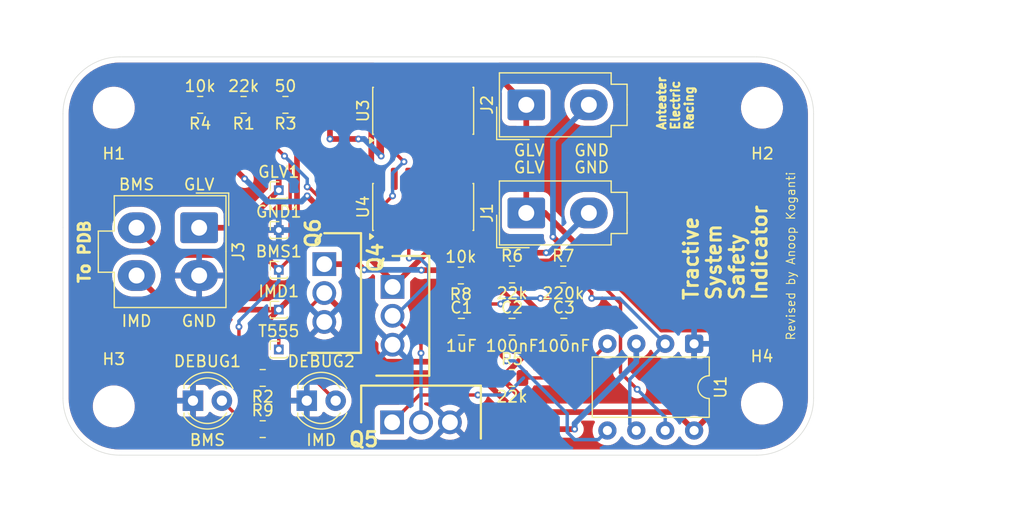
<source format=kicad_pcb>
(kicad_pcb (version 20241229) (generator "pcbnew") (generator_version "9.0")
  (layers (0 "F.Cu" signal) (2 "B.Cu" signal) (13 "F.Paste" user) (15 "B.Paste" user) (5 "F.SilkS" user "F.Silkscreen") (7 "B.SilkS" user "B.Silkscreen") (1 "F.Mask" user) (3 "B.Mask" user) (25 "Edge.Cuts" user))
  (net 0 "")
  (net 1 "BMS_FAULT")
  (net 2 "Net-(U1-THR)")
  (net 3 "Net-(U1-CV)")
  (net 4 "GLV")
  (net 5 "IMD_FAULT")
  (net 6 "Net-(J1-Pin_2)")
  (net 7 "Net-(J2-Pin_2)")
  (net 8 "Net-(DEBUG1-A)")
  (net 9 "Net-(Q4-G)")
  (net 10 "Net-(Q5-D)")
  (net 11 "Net-(U1-DIS)")
  (net 12 "Net-(DEBUG2-A)")
  (net 13 "Net-(Q6-G)")
  (net 14 "GND")
  (net 15 "Net-(U3-Pad2)")
  (net 16 "Net-(R3-Pad2)")
  (footprint "Package_SO:SOIC-14_3.9x8.7mm_P1.27mm" (layer "F.Cu") (at 72.19 33.189466 90)
    (property "Reference" "U4" (at 0 -5.28 90) (layer "F.SilkS"))
    (property "Value" "4001")
    (fp_line (start 2.06 -4.435) (end 2.06 -4.37) (stroke (width 0.12)) (layer "F.SilkS"))
    (fp_line (start -2.06 -4.435) (end 2.06 -4.435) (stroke (width 0.12)) (layer "F.SilkS"))
    (fp_line (start -2.06 -4.37) (end -2.06 -4.435) (stroke (width 0.12)) (layer "F.SilkS"))
    (fp_line (start 2.06 4.37) (end 2.06 4.435) (stroke (width 0.12)) (layer "F.SilkS"))
    (fp_line (start 2.06 4.435) (end -2.06 4.435) (stroke (width 0.12)) (layer "F.SilkS"))
    (fp_line (start -2.06 4.435) (end -2.06 4.37) (stroke (width 0.12)) (layer "F.SilkS"))
    (fp_poly (pts (xy -2.6 -4.37) (xy -2.84 -4.7) (xy -2.36 -4.7)) (stroke (width 0.12)) (fill yes) (layer "F.SilkS"))
    (pad "1" smd roundrect (at -2.475 -3.81 90) (size 1.95 0.6) (layers "F.Cu" "F.Mask" "F.Paste") (net 15 "Net-(U3-Pad2)"))
    (pad "2" smd roundrect (at -2.475 -2.54 90) (size 1.95 0.6) (layers "F.Cu" "F.Mask" "F.Paste") (net 1 "BMS_FAULT"))
    (pad "3" smd roundrect (at -2.475 -1.27 90) (size 1.95 0.6) (layers "F.Cu" "F.Mask" "F.Paste") (net 9 "Net-(Q4-G)"))
    (pad "4" smd roundrect (at -2.475 0 90) (size 1.95 0.6) (layers "F.Cu" "F.Mask" "F.Paste"))
    (pad "5" smd roundrect (at -2.475 1.27 90) (size 1.95 0.6) (layers "F.Cu" "F.Mask" "F.Paste"))
    (pad "6" smd roundrect (at -2.475 2.54 90) (size 1.95 0.6) (layers "F.Cu" "F.Mask" "F.Paste"))
    (pad "7" smd roundrect (at -2.475 3.81 90) (size 1.95 0.6) (layers "F.Cu" "F.Mask" "F.Paste") (net 14 "GND"))
    (pad "8" smd roundrect (at 2.475 3.81 90) (size 1.95 0.6) (layers "F.Cu" "F.Mask" "F.Paste"))
    (pad "9" smd roundrect (at 2.475 2.54 90) (size 1.95 0.6) (layers "F.Cu" "F.Mask" "F.Paste"))
    (pad "10" smd roundrect (at 2.475 1.27 90) (size 1.95 0.6) (layers "F.Cu" "F.Mask" "F.Paste"))
    (pad "11" smd roundrect (at 2.475 0 90) (size 1.95 0.6) (layers "F.Cu" "F.Mask" "F.Paste"))
    (pad "12" smd roundrect (at 2.475 -1.27 90) (size 1.95 0.6) (layers "F.Cu" "F.Mask" "F.Paste"))
    (pad "13" smd roundrect (at 2.475 -2.54 90) (size 1.95 0.6) (layers "F.Cu" "F.Mask" "F.Paste"))
    (pad "14" smd roundrect (at 2.475 -3.81 90) (size 1.95 0.6) (layers "F.Cu" "F.Mask" "F.Paste") (net 4 "GLV"))
  )
  (footprint "Capacitor_SMD:C_0805_2012Metric" (layer "F.Cu") (at 80 43.714466)
    (property "Reference" "C2" (at 0 -1.68 0) (layer "F.SilkS"))
    (property "Value" "100nF" (at 0 1.68 0) (layer "F.SilkS"))
    (fp_line (start -0.261252 -0.735) (end 0.261252 -0.735) (stroke (width 0.12)) (layer "F.SilkS"))
    (fp_line (start -0.261252 0.735) (end 0.261252 0.735) (stroke (width 0.12)) (layer "F.SilkS"))
    (pad "1" smd roundrect (at -0.95 0) (size 1 1.45) (layers "F.Cu" "F.Mask" "F.Paste") (net 3 "Net-(U1-CV)"))
    (pad "2" smd roundrect (at 0.95 0) (size 1 1.45) (layers "F.Cu" "F.Mask" "F.Paste") (net 14 "GND"))
  )
  (footprint "Resistor_SMD:R_0805_2012Metric" (layer "F.Cu") (at 84.5 39.126966)
    (property "Reference" "R7" (at 0 -1.65 0) (layer "F.SilkS"))
    (property "Value" "220k" (at 0 1.65 0) (layer "F.SilkS"))
    (fp_line (start -0.227064 -0.735) (end 0.227064 -0.735) (stroke (width 0.12)) (layer "F.SilkS"))
    (fp_line (start -0.227064 0.735) (end 0.227064 0.735) (stroke (width 0.12)) (layer "F.SilkS"))
    (pad "1" smd roundrect (at -0.9125 0) (size 1.025 1.4) (layers "F.Cu" "F.Mask" "F.Paste") (roundrect_rratio 0.243902) (net 11 "Net-(U1-DIS)"))
    (pad "2" smd roundrect (at 0.9125 0) (size 1.025 1.4) (layers "F.Cu" "F.Mask" "F.Paste") (roundrect_rratio 0.243902) (net 2 "Net-(U1-THR)"))
  )
  (footprint "Connector_PinHeader_1.00mm:PinHeader_1x01_P1.00mm_Vertical" (layer "F.Cu") (at 59.5 42.214466)
    (property "Reference" "IMD1" (at 0 -1.61 0) (layer "F.SilkS"))
    (property "Value" "TestIMD")
    (fp_line (start -0.745 -0.735) (end 0 -0.735) (stroke (width 0.12)) (layer "F.SilkS"))
    (fp_line (start -0.745 0) (end -0.745 -0.735) (stroke (width 0.12)) (layer "F.SilkS"))
    (fp_line (start -0.745 0.735) (end -0.745 0.61) (stroke (width 0.12)) (layer "F.SilkS"))
    (fp_line (start -0.745 0.735) (end -0.685565 0.735) (stroke (width 0.12)) (layer "F.SilkS"))
    (fp_line (start -0.745 0.735) (end 0.745 0.735) (stroke (width 0.12)) (layer "F.SilkS"))
    (fp_line (start 0.685565 0.735) (end 0.745 0.735) (stroke (width 0.12)) (layer "F.SilkS"))
    (fp_line (start 0.745 0.735) (end 0.745 0.61) (stroke (width 0.12)) (layer "F.SilkS"))
    (pad "1" thru_hole rect (at 0 0) (size 0.85 0.85) (drill 0.5) (layers "*.Cu" "*.Mask") (net 5 "IMD_FAULT"))
  )
  (footprint "Resistor_SMD:R_0805_2012Metric" (layer "F.Cu") (at 80 48.214466)
    (property "Reference" "R5" (at 0 -1.65 0) (layer "F.SilkS"))
    (property "Value" "22k" (at 0 1.65 0) (layer "F.SilkS"))
    (fp_line (start -0.227064 -0.735) (end 0.227064 -0.735) (stroke (width 0.12)) (layer "F.SilkS"))
    (fp_line (start -0.227064 0.735) (end 0.227064 0.735) (stroke (width 0.12)) (layer "F.SilkS"))
    (pad "1" smd roundrect (at -0.9125 0) (size 1.025 1.4) (layers "F.Cu" "F.Mask" "F.Paste") (roundrect_rratio 0.243902) (net 4 "GLV"))
    (pad "2" smd roundrect (at 0.9125 0) (size 1.025 1.4) (layers "F.Cu" "F.Mask" "F.Paste") (roundrect_rratio 0.243902) (net 10 "Net-(Q5-D)"))
  )
  (footprint "Resistor_SMD:R_0805_2012Metric" (layer "F.Cu") (at 56.4125 24.214466 180)
    (property "Reference" "R1" (at 0 -1.65 0) (layer "F.SilkS"))
    (property "Value" "22k" (at 0 1.65 0) (layer "F.SilkS"))
    (fp_line (start -0.227064 0.735) (end 0.227064 0.735) (stroke (width 0.12)) (layer "F.SilkS"))
    (fp_line (start -0.227064 -0.735) (end 0.227064 -0.735) (stroke (width 0.12)) (layer "F.SilkS"))
    (pad "1" smd roundrect (at -0.9125 0 180) (size 1.025 1.4) (layers "F.Cu" "F.Mask" "F.Paste") (roundrect_rratio 0.243902) (net 1 "BMS_FAULT"))
    (pad "2" smd roundrect (at 0.9125 0 180) (size 1.025 1.4) (layers "F.Cu" "F.Mask" "F.Paste") (roundrect_rratio 0.243902) (net 4 "GLV"))
  )
  (footprint "MountingHole:MountingHole_3.2mm_M3" (layer "F.Cu") (at 45 24.464466)
    (property "Reference" "H1" (at 0 4.035534 0) (layer "F.SilkS"))
    (property "Value" "MountingHole")
    (pad "" np_thru_hole circle (at 0 0) (size 3.2 3.2) (drill 3.2) (layers "*.Cu" "*.Mask"))
  )
  (footprint "MountingHole:MountingHole_3.2mm_M3" (layer "F.Cu") (at 45 50.714466)
    (property "Reference" "H3" (at 0 -4.15 0) (layer "F.SilkS"))
    (property "Value" "MountingHole")
    (pad "" np_thru_hole circle (at 0 0) (size 3.2 3.2) (drill 3.2) (layers "*.Cu" "*.Mask"))
  )
  (footprint "Resistor_SMD:R_0805_2012Metric" (layer "F.Cu") (at 75.5 39.214466 180)
    (property "Reference" "R8" (at 0 -1.65 0) (layer "F.SilkS"))
    (property "Value" "10k" (at 0 1.65 0) (layer "F.SilkS"))
    (fp_line (start -0.227064 0.735) (end 0.227064 0.735) (stroke (width 0.12)) (layer "F.SilkS"))
    (fp_line (start -0.227064 -0.735) (end 0.227064 -0.735) (stroke (width 0.12)) (layer "F.SilkS"))
    (pad "1" smd roundrect (at -0.9125 0 180) (size 1.025 1.4) (layers "F.Cu" "F.Mask" "F.Paste") (roundrect_rratio 0.243902) (net 4 "GLV"))
    (pad "2" smd roundrect (at 0.9125 0 180) (size 1.025 1.4) (layers "F.Cu" "F.Mask" "F.Paste") (roundrect_rratio 0.243902) (net 7 "Net-(J2-Pin_2)"))
  )
  (footprint "Resistor_SMD:R_0805_2012Metric" (layer "F.Cu") (at 52.5875 24.214466 180)
    (property "Reference" "R4" (at 0 -1.65 0) (layer "F.SilkS"))
    (property "Value" "10k" (at 0 1.65 0) (layer "F.SilkS"))
    (fp_line (start -0.227064 0.735) (end 0.227064 0.735) (stroke (width 0.12)) (layer "F.SilkS"))
    (fp_line (start -0.227064 -0.735) (end 0.227064 -0.735) (stroke (width 0.12)) (layer "F.SilkS"))
    (pad "1" smd roundrect (at -0.9125 0 180) (size 1.025 1.4) (layers "F.Cu" "F.Mask" "F.Paste") (roundrect_rratio 0.243902) (net 4 "GLV"))
    (pad "2" smd roundrect (at 0.9125 0 180) (size 1.025 1.4) (layers "F.Cu" "F.Mask" "F.Paste") (roundrect_rratio 0.243902) (net 6 "Net-(J1-Pin_2)"))
  )
  (footprint "LED_THT:LED_D4.0mm" (layer "F.Cu") (at 51.96 50.214466)
    (property "Reference" "DEBUG1" (at 1.27 -3.46 0) (layer "F.SilkS"))
    (property "Value" "BMS" (at 1.27 3.46 0) (layer "F.SilkS"))
    (fp_line (start -0.79 -1.399) (end -0.79 -1.08) (stroke (width 0.12)) (layer "F.SilkS"))
    (fp_line (start -0.79 1.08) (end -0.79 1.399) (stroke (width 0.12)) (layer "F.SilkS"))
    (fp_arc (start -0.79 -1.398749) (mid 1.45392 -2.483198) (end 3.513591 -1.08) (stroke (width 0.12)) (layer "F.SilkS"))
    (fp_arc (start -0.41333 -1.08) (mid 1.27 -2) (end 2.95333 -1.08) (stroke (width 0.12)) (layer "F.SilkS"))
    (fp_arc (start 2.95333 1.08) (mid 1.27 2) (end -0.41333 1.08) (stroke (width 0.12)) (layer "F.SilkS"))
    (fp_arc (start 3.513591 1.08) (mid 1.45392 2.483198) (end -0.79 1.398749) (stroke (width 0.12)) (layer "F.SilkS"))
    (pad "1" thru_hole rect (at 0 0) (size 1.8 1.8) (drill 0.9) (layers "*.Cu" "*.Mask") (net 14 "GND"))
    (pad "2" thru_hole circle (at 2.54 0) (size 1.8 1.8) (drill 0.9) (layers "*.Cu" "*.Mask") (net 8 "Net-(DEBUG1-A)"))
  )
  (footprint "Connector_Molex:Molex_Mini-Fit_Jr_5566-04A_2x02_P4.20mm_Vertical" (layer "F.Cu") (at 52.5 35.014466 -90)
    (property "Reference" "J3" (at 2.1 -3.45 90) (layer "F.SilkS"))
    (property "Value" "Conn_02x02")
    (fp_line (start 0.29 8.86) (end 2.1 8.86) (stroke (width 0.12)) (layer "F.SilkS"))
    (fp_line (start 3.91 8.86) (end 2.1 8.86) (stroke (width 0.12)) (layer "F.SilkS"))
    (fp_line (start -2.81 7.46) (end 0.29 7.46) (stroke (width 0.12)) (layer "F.SilkS"))
    (fp_line (start 0.29 7.46) (end 0.29 8.86) (stroke (width 0.12)) (layer "F.SilkS"))
    (fp_line (start 3.91 7.46) (end 3.91 8.86) (stroke (width 0.12)) (layer "F.SilkS"))
    (fp_line (start 7.01 7.46) (end 3.91 7.46) (stroke (width 0.12)) (layer "F.SilkS"))
    (fp_line (start -2.81 -2.36) (end -2.81 7.46) (stroke (width 0.12)) (layer "F.SilkS"))
    (fp_line (start 2.1 -2.36) (end -2.81 -2.36) (stroke (width 0.12)) (layer "F.SilkS"))
    (fp_line (start 2.1 -2.36) (end 7.01 -2.36) (stroke (width 0.12)) (layer "F.SilkS"))
    (fp_line (start 7.01 -2.36) (end 7.01 7.46) (stroke (width 0.12)) (layer "F.SilkS"))
    (fp_line (start -3.05 -2.6) (end -3.05 0.25) (stroke (width 0.12)) (layer "F.SilkS"))
    (fp_line (start -0.2 -2.6) (end -3.05 -2.6) (stroke (width 0.12)) (layer "F.SilkS"))
    (pad "1" thru_hole roundrect (at 0 0 270) (size 2.7 3.3) (drill 1.4) (layers "*.Cu" "*.Mask") (roundrect_rratio 0.092593) (net 4 "GLV"))
    (pad "2" thru_hole oval (at 4.2 0 270) (size 2.7 3.3) (drill 1.4) (layers "*.Cu" "*.Mask") (net 14 "GND"))
    (pad "3" thru_hole oval (at 0 5.5 270) (size 2.7 3.3) (drill 1.4) (layers "*.Cu" "*.Mask") (net 1 "BMS_FAULT"))
    (pad "4" thru_hole oval (at 4.2 5.5 270) (size 2.7 3.3) (drill 1.4) (layers "*.Cu" "*.Mask") (net 5 "IMD_FAULT"))
  )
  (footprint "Connector_PinHeader_1.00mm:PinHeader_1x01_P1.00mm_Vertical" (layer "F.Cu") (at 59.5 38.714466)
    (property "Reference" "BMS1" (at 0 -1.61 0) (layer "F.SilkS"))
    (property "Value" "TestBMS")
    (fp_line (start -0.745 -0.735) (end 0 -0.735) (stroke (width 0.12)) (layer "F.SilkS"))
    (fp_line (start -0.745 0) (end -0.745 -0.735) (stroke (width 0.12)) (layer "F.SilkS"))
    (fp_line (start -0.745 0.735) (end -0.745 0.61) (stroke (width 0.12)) (layer "F.SilkS"))
    (fp_line (start -0.745 0.735) (end -0.685565 0.735) (stroke (width 0.12)) (layer "F.SilkS"))
    (fp_line (start -0.745 0.735) (end 0.745 0.735) (stroke (width 0.12)) (layer "F.SilkS"))
    (fp_line (start 0.685565 0.735) (end 0.745 0.735) (stroke (width 0.12)) (layer "F.SilkS"))
    (fp_line (start 0.745 0.735) (end 0.745 0.61) (stroke (width 0.12)) (layer "F.SilkS"))
    (pad "1" thru_hole rect (at 0 0) (size 0.85 0.85) (drill 0.5) (layers "*.Cu" "*.Mask") (net 1 "BMS_FAULT"))
  )
  (footprint "Package_SO:SOIC-14_3.9x8.7mm_P1.27mm" (layer "F.Cu") (at 72.19 24.739466 90)
    (property "Reference" "U3" (at 0 -5.28 90) (layer "F.SilkS"))
    (property "Value" "4069")
    (fp_line (start 2.06 -4.435) (end 2.06 -4.37) (stroke (width 0.12)) (layer "F.SilkS"))
    (fp_line (start -2.06 -4.435) (end 2.06 -4.435) (stroke (width 0.12)) (layer "F.SilkS"))
    (fp_line (start -2.06 -4.37) (end -2.06 -4.435) (stroke (width 0.12)) (layer "F.SilkS"))
    (fp_line (start 2.06 4.37) (end 2.06 4.435) (stroke (width 0.12)) (layer "F.SilkS"))
    (fp_line (start 2.06 4.435) (end -2.06 4.435) (stroke (width 0.12)) (layer "F.SilkS"))
    (fp_line (start -2.06 4.435) (end -2.06 4.37) (stroke (width 0.12)) (layer "F.SilkS"))
    (fp_poly (pts (xy -2.6 -4.37) (xy -2.84 -4.7) (xy -2.36 -4.7)) (stroke (width 0.12)) (fill yes) (layer "F.SilkS"))
    (pad "1" smd roundrect (at -2.475 -3.81 90) (size 1.95 0.6) (layers "F.Cu" "F.Mask" "F.Paste") (net 16 "Net-(R3-Pad2)"))
    (pad "2" smd roundrect (at -2.475 -2.54 90) (size 1.95 0.6) (layers "F.Cu" "F.Mask" "F.Paste") (net 15 "Net-(U3-Pad2)"))
    (pad "3" smd roundrect (at -2.475 -1.27 90) (size 1.95 0.6) (layers "F.Cu" "F.Mask" "F.Paste"))
    (pad "4" smd roundrect (at -2.475 0 90) (size 1.95 0.6) (layers "F.Cu" "F.Mask" "F.Paste"))
    (pad "5" smd roundrect (at -2.475 1.27 90) (size 1.95 0.6) (layers "F.Cu" "F.Mask" "F.Paste"))
    (pad "6" smd roundrect (at -2.475 2.54 90) (size 1.95 0.6) (layers "F.Cu" "F.Mask" "F.Paste"))
    (pad "7" smd roundrect (at -2.475 3.81 90) (size 1.95 0.6) (layers "F.Cu" "F.Mask" "F.Paste") (net 14 "GND"))
    (pad "8" smd roundrect (at 2.475 3.81 90) (size 1.95 0.6) (layers "F.Cu" "F.Mask" "F.Paste"))
    (pad "9" smd roundrect (at 2.475 2.54 90) (size 1.95 0.6) (layers "F.Cu" "F.Mask" "F.Paste"))
    (pad "10" smd roundrect (at 2.475 1.27 90) (size 1.95 0.6) (layers "F.Cu" "F.Mask" "F.Paste"))
    (pad "11" smd roundrect (at 2.475 0 90) (size 1.95 0.6) (layers "F.Cu" "F.Mask" "F.Paste"))
    (pad "12" smd roundrect (at 2.475 -1.27 90) (size 1.95 0.6) (layers "F.Cu" "F.Mask" "F.Paste"))
    (pad "13" smd roundrect (at 2.475 -2.54 90) (size 1.95 0.6) (layers "F.Cu" "F.Mask" "F.Paste"))
    (pad "14" smd roundrect (at 2.475 -3.81 90) (size 1.95 0.6) (layers "F.Cu" "F.Mask" "F.Paste") (net 4 "GLV"))
  )
  (footprint "Connector_PinHeader_1.00mm:PinHeader_1x01_P1.00mm_Vertical" (layer "F.Cu") (at 59.5 31.714466)
    (property "Reference" "GLV1" (at 0 -1.61 0) (layer "F.SilkS"))
    (property "Value" "TestGLV")
    (fp_line (start -0.745 -0.735) (end 0 -0.735) (stroke (width 0.12)) (layer "F.SilkS"))
    (fp_line (start -0.745 0) (end -0.745 -0.735) (stroke (width 0.12)) (layer "F.SilkS"))
    (fp_line (start -0.745 0.735) (end -0.745 0.61) (stroke (width 0.12)) (layer "F.SilkS"))
    (fp_line (start -0.745 0.735) (end -0.685565 0.735) (stroke (width 0.12)) (layer "F.SilkS"))
    (fp_line (start -0.745 0.735) (end 0.745 0.735) (stroke (width 0.12)) (layer "F.SilkS"))
    (fp_line (start 0.685565 0.735) (end 0.745 0.735) (stroke (width 0.12)) (layer "F.SilkS"))
    (fp_line (start 0.745 0.735) (end 0.745 0.61) (stroke (width 0.12)) (layer "F.SilkS"))
    (pad "1" thru_hole rect (at 0 0) (size 0.85 0.85) (drill 0.5) (layers "*.Cu" "*.Mask") (net 4 "GLV"))
  )
  (footprint "Capacitor_SMD:C_0805_2012Metric" (layer "F.Cu") (at 75.55 43.714466)
    (property "Reference" "C1" (at 0 -1.68 0) (layer "F.SilkS"))
    (property "Value" "1uF" (at 0 1.68 0) (layer "F.SilkS"))
    (fp_line (start -0.261252 -0.735) (end 0.261252 -0.735) (stroke (width 0.12)) (layer "F.SilkS"))
    (fp_line (start -0.261252 0.735) (end 0.261252 0.735) (stroke (width 0.12)) (layer "F.SilkS"))
    (pad "1" smd roundrect (at -0.95 0) (size 1 1.45) (layers "F.Cu" "F.Mask" "F.Paste") (net 2 "Net-(U1-THR)"))
    (pad "2" smd roundrect (at 0.95 0) (size 1 1.45) (layers "F.Cu" "F.Mask" "F.Paste") (net 14 "GND"))
  )
  (footprint "Resistor_SMD:R_0805_2012Metric" (layer "F.Cu") (at 58.0875 48.214466 180)
    (property "Reference" "R2" (at 0 -1.65 0) (layer "F.SilkS"))
    (property "Value" "20k")
    (fp_line (start -0.227064 0.735) (end 0.227064 0.735) (stroke (width 0.12)) (layer "F.SilkS"))
    (fp_line (start -0.227064 -0.735) (end 0.227064 -0.735) (stroke (width 0.12)) (layer "F.SilkS"))
    (pad "1" smd roundrect (at -0.9125 0 180) (size 1.025 1.4) (layers "F.Cu" "F.Mask" "F.Paste") (roundrect_rratio 0.243902) (net 12 "Net-(DEBUG2-A)"))
    (pad "2" smd roundrect (at 0.9125 0 180) (size 1.025 1.4) (layers "F.Cu" "F.Mask" "F.Paste") (roundrect_rratio 0.243902) (net 5 "IMD_FAULT"))
  )
  (footprint "LED_THT:LED_D4.0mm" (layer "F.Cu") (at 61.96 50.214466)
    (property "Reference" "DEBUG2" (at 1.27 -3.46 0) (layer "F.SilkS"))
    (property "Value" "IMD" (at 1.27 3.46 0) (layer "F.SilkS"))
    (fp_line (start -0.79 -1.399) (end -0.79 -1.08) (stroke (width 0.12)) (layer "F.SilkS"))
    (fp_line (start -0.79 1.08) (end -0.79 1.399) (stroke (width 0.12)) (layer "F.SilkS"))
    (fp_arc (start -0.79 -1.398749) (mid 1.45392 -2.483198) (end 3.513591 -1.08) (stroke (width 0.12)) (layer "F.SilkS"))
    (fp_arc (start -0.41333 -1.08) (mid 1.27 -2) (end 2.95333 -1.08) (stroke (width 0.12)) (layer "F.SilkS"))
    (fp_arc (start 2.95333 1.08) (mid 1.27 2) (end -0.41333 1.08) (stroke (width 0.12)) (layer "F.SilkS"))
    (fp_arc (start 3.513591 1.08) (mid 1.45392 2.483198) (end -0.79 1.398749) (stroke (width 0.12)) (layer "F.SilkS"))
    (pad "1" thru_hole rect (at 0 0) (size 1.8 1.8) (drill 0.9) (layers "*.Cu" "*.Mask") (net 14 "GND"))
    (pad "2" thru_hole circle (at 2.54 0) (size 1.8 1.8) (drill 0.9) (layers "*.Cu" "*.Mask") (net 12 "Net-(DEBUG2-A)"))
  )
  (footprint "Connector_Molex:Molex_Mini-Fit_Jr_5566-02A_2x01_P4.20mm_Vertical" (layer "F.Cu") (at 81.25 24.214466 90)
    (property "Reference" "J2" (at 0 -3.45 90) (layer "F.SilkS"))
    (property "Value" "Conn_01x02")
    (fp_line (start -0.2 -2.6) (end -3.05 -2.6) (stroke (width 0.12)) (layer "F.SilkS"))
    (fp_line (start -3.05 -2.6) (end -3.05 0.25) (stroke (width 0.12)) (layer "F.SilkS"))
    (fp_line (start 2.81 -2.36) (end 2.81 7.46) (stroke (width 0.12)) (layer "F.SilkS"))
    (fp_line (start 0 -2.36) (end 2.81 -2.36) (stroke (width 0.12)) (layer "F.SilkS"))
    (fp_line (start 0 -2.36) (end -2.81 -2.36) (stroke (width 0.12)) (layer "F.SilkS"))
    (fp_line (start -2.81 -2.36) (end -2.81 7.46) (stroke (width 0.12)) (layer "F.SilkS"))
    (fp_line (start 2.81 7.46) (end 1.81 7.46) (stroke (width 0.12)) (layer "F.SilkS"))
    (fp_line (start 1.81 7.46) (end 1.81 8.86) (stroke (width 0.12)) (layer "F.SilkS"))
    (fp_line (start -1.81 7.46) (end -1.81 8.86) (stroke (width 0.12)) (layer "F.SilkS"))
    (fp_line (start -2.81 7.46) (end -1.81 7.46) (stroke (width 0.12)) (layer "F.SilkS"))
    (fp_line (start 1.81 8.86) (end 0 8.86) (stroke (width 0.12)) (layer "F.SilkS"))
    (fp_line (start -1.81 8.86) (end 0 8.86) (stroke (width 0.12)) (layer "F.SilkS"))
    (pad "1" thru_hole roundrect (at 0 0 90) (size 2.7 3.3) (drill 1.4) (layers "*.Cu" "*.Mask") (roundrect_rratio 0.092593) (net 4 "GLV"))
    (pad "2" thru_hole oval (at 0 5.5 90) (size 2.7 3.3) (drill 1.4) (layers "*.Cu" "*.Mask") (net 7 "Net-(J2-Pin_2)"))
  )
  (footprint "Connector_PinHeader_1.00mm:PinHeader_1x01_P1.00mm_Vertical" (layer "F.Cu") (at 59.5 45.714466)
    (property "Reference" "T555" (at 0 -1.61 0) (layer "F.SilkS"))
    (property "Value" "Test555")
    (fp_line (start -0.745 -0.735) (end 0 -0.735) (stroke (width 0.12)) (layer "F.SilkS"))
    (fp_line (start -0.745 0) (end -0.745 -0.735) (stroke (width 0.12)) (layer "F.SilkS"))
    (fp_line (start -0.745 0.735) (end -0.745 0.61) (stroke (width 0.12)) (layer "F.SilkS"))
    (fp_line (start -0.745 0.735) (end -0.685565 0.735) (stroke (width 0.12)) (layer "F.SilkS"))
    (fp_line (start -0.745 0.735) (end 0.745 0.735) (stroke (width 0.12)) (layer "F.SilkS"))
    (fp_line (start 0.685565 0.735) (end 0.745 0.735) (stroke (width 0.12)) (layer "F.SilkS"))
    (fp_line (start 0.745 0.735) (end 0.745 0.61) (stroke (width 0.12)) (layer "F.SilkS"))
    (pad "1" thru_hole rect (at 0 0) (size 0.85 0.85) (drill 0.5) (layers "*.Cu" "*.Mask") (net 13 "Net-(Q6-G)"))
  )
  (footprint "Resistor_SMD:R_0805_2012Metric" (layer "F.Cu") (at 60.0875 24.214466 180)
    (property "Reference" "R3" (at 0 -1.65 0) (layer "F.SilkS"))
    (property "Value" "50" (at 0 1.65 0) (layer "F.SilkS"))
    (fp_line (start -0.227064 0.735) (end 0.227064 0.735) (stroke (width 0.12)) (layer "F.SilkS"))
    (fp_line (start -0.227064 -0.735) (end 0.227064 -0.735) (stroke (width 0.12)) (layer "F.SilkS"))
    (pad "1" smd roundrect (at -0.9125 0 180) (size 1.025 1.4) (layers "F.Cu" "F.Mask" "F.Paste") (roundrect_rratio 0.243902) (net 5 "IMD_FAULT"))
    (pad "2" smd roundrect (at 0.9125 0 180) (size 1.025 1.4) (layers "F.Cu" "F.Mask" "F.Paste") (roundrect_rratio 0.243902) (net 16 "Net-(R3-Pad2)"))
  )
  (footprint "footprintsupload:TO254P465X1024X2050-3P" (layer "F.Cu") (at 69.46 52.114466)
    (property "Reference" "Q5" (at -2.5 1.5 0) (layer "F.SilkS") (effects (font (size 1.27 1.27) (thickness 0.254))))
    (property "Value" "NMOS" (hide yes))
    (fp_line (start -2.72 -3.225) (end -2.72 0) (stroke (width 0.2)) (layer "F.SilkS"))
    (fp_line (start 7.8 -3.225) (end -2.72 -3.225) (stroke (width 0.2)) (layer "F.SilkS"))
    (fp_line (start 7.8 1.425) (end 7.8 -3.225) (stroke (width 0.2)) (layer "F.SilkS"))
    (pad "1" thru_hole rect (at 0 0) (size 2.085 2.085) (drill 1.39) (layers "*.Cu" "*.Mask") (net 10 "Net-(Q5-D)"))
    (pad "2" thru_hole circle (at 2.54 0) (size 2.085 2.085) (drill 1.39) (layers "*.Cu" "*.Mask") (net 9 "Net-(Q4-G)"))
    (pad "3" thru_hole circle (at 5.08 0) (size 2.085 2.085) (drill 1.39) (layers "*.Cu" "*.Mask") (net 14 "GND"))
  )
  (footprint "Connector_PinHeader_1.00mm:PinHeader_1x01_P1.00mm_Vertical" (layer "F.Cu") (at 59.5 35.214466)
    (property "Reference" "GND1" (at 0 -1.61 0) (layer "F.SilkS"))
    (property "Value" "TestGND")
    (fp_line (start -0.745 -0.735) (end 0 -0.735) (stroke (width 0.12)) (layer "F.SilkS"))
    (fp_line (start -0.745 0) (end -0.745 -0.735) (stroke (width 0.12)) (layer "F.SilkS"))
    (fp_line (start -0.745 0.735) (end -0.745 0.61) (stroke (width 0.12)) (layer "F.SilkS"))
    (fp_line (start -0.745 0.735) (end -0.685565 0.735) (stroke (width 0.12)) (layer "F.SilkS"))
    (fp_line (start -0.745 0.735) (end 0.745 0.735) (stroke (width 0.12)) (layer "F.SilkS"))
    (fp_line (start 0.685565 0.735) (end 0.745 0.735) (stroke (width 0.12)) (layer "F.SilkS"))
    (fp_line (start 0.745 0.735) (end 0.745 0.61) (stroke (width 0.12)) (layer "F.SilkS"))
    (pad "1" thru_hole rect (at 0 0) (size 0.85 0.85) (drill 0.5) (layers "*.Cu" "*.Mask") (net 14 "GND"))
  )
  (footprint "footprintsupload:TO254P465X1024X2050-3P" (layer "F.Cu") (at 69.5 40.214466 -90)
    (property "Reference" "Q4" (at -2.58 1.5 90) (layer "F.SilkS") (effects (font (size 1.27 1.27) (thickness 0.254))))
    (property "Value" "NMOS" (hide yes))
    (fp_line (start 7.8 1.425) (end 7.8 -3.225) (stroke (width 0.2)) (layer "F.SilkS"))
    (fp_line (start -2.72 -3.225) (end -2.72 0) (stroke (width 0.2)) (layer "F.SilkS"))
    (fp_line (start 7.8 -3.225) (end -2.72 -3.225) (stroke (width 0.2)) (layer "F.SilkS"))
    (pad "1" thru_hole rect (at 0 0 270) (size 2.085 2.085) (drill 1.39) (layers "*.Cu" "*.Mask") (net 6 "Net-(J1-Pin_2)"))
    (pad "2" thru_hole circle (at 2.54 0 270) (size 2.085 2.085) (drill 1.39) (layers "*.Cu" "*.Mask") (net 9 "Net-(Q4-G)"))
    (pad "3" thru_hole circle (at 5.08 0 270) (size 2.085 2.085) (drill 1.39) (layers "*.Cu" "*.Mask") (net 14 "GND"))
  )
  (footprint "Resistor_SMD:R_0805_2012Metric" (layer "F.Cu") (at 80 39.126966)
    (property "Reference" "R6" (at 0 -1.65 0) (layer "F.SilkS"))
    (property "Value" "22k" (at 0 1.65 0) (layer "F.SilkS"))
    (fp_line (start -0.227064 -0.735) (end 0.227064 -0.735) (stroke (width 0.12)) (layer "F.SilkS"))
    (fp_line (start -0.227064 0.735) (end 0.227064 0.735) (stroke (width 0.12)) (layer "F.SilkS"))
    (pad "1" smd roundrect (at -0.9125 0) (size 1.025 1.4) (layers "F.Cu" "F.Mask" "F.Paste") (roundrect_rratio 0.243902) (net 4 "GLV"))
    (pad "2" smd roundrect (at 0.9125 0) (size 1.025 1.4) (layers "F.Cu" "F.Mask" "F.Paste") (roundrect_rratio 0.243902) (net 11 "Net-(U1-DIS)"))
  )
  (footprint "Connector_Molex:Molex_Mini-Fit_Jr_5566-02A_2x01_P4.20mm_Vertical" (layer "F.Cu") (at 81.25 33.714466 90)
    (property "Reference" "J1" (at 0 -3.45 90) (layer "F.SilkS"))
    (property "Value" "Conn_01x02")
    (fp_line (start -0.2 -2.6) (end -3.05 -2.6) (stroke (width 0.12)) (layer "F.SilkS"))
    (fp_line (start -3.05 -2.6) (end -3.05 0.25) (stroke (width 0.12)) (layer "F.SilkS"))
    (fp_line (start 2.81 -2.36) (end 2.81 7.46) (stroke (width 0.12)) (layer "F.SilkS"))
    (fp_line (start 0 -2.36) (end 2.81 -2.36) (stroke (width 0.12)) (layer "F.SilkS"))
    (fp_line (start 0 -2.36) (end -2.81 -2.36) (stroke (width 0.12)) (layer "F.SilkS"))
    (fp_line (start -2.81 -2.36) (end -2.81 7.46) (stroke (width 0.12)) (layer "F.SilkS"))
    (fp_line (start 2.81 7.46) (end 1.81 7.46) (stroke (width 0.12)) (layer "F.SilkS"))
    (fp_line (start 1.81 7.46) (end 1.81 8.86) (stroke (width 0.12)) (layer "F.SilkS"))
    (fp_line (start -1.81 7.46) (end -1.81 8.86) (stroke (width 0.12)) (layer "F.SilkS"))
    (fp_line (start -2.81 7.46) (end -1.81 7.46) (stroke (width 0.12)) (layer "F.SilkS"))
    (fp_line (start 1.81 8.86) (end 0 8.86) (stroke (width 0.12)) (layer "F.SilkS"))
    (fp_line (start -1.81 8.86) (end 0 8.86) (stroke (width 0.12)) (layer "F.SilkS"))
    (pad "1" thru_hole roundrect (at 0 0 90) (size 2.7 3.3) (drill 1.4) (layers "*.Cu" "*.Mask") (roundrect_rratio 0.092593) (net 4 "GLV"))
    (pad "2" thru_hole oval (at 0 5.5 90) (size 2.7 3.3) (drill 1.4) (layers "*.Cu" "*.Mask") (net 6 "Net-(J1-Pin_2)"))
  )
  (footprint "Resistor_SMD:R_0805_2012Metric" (layer "F.Cu") (at 58.0875 52.714466)
    (property "Reference" "R9" (at 0 -1.65 0) (layer "F.SilkS"))
    (property "Value" "20k")
    (fp_line (start -0.227064 -0.735) (end 0.227064 -0.735) (stroke (width 0.12)) (layer "F.SilkS"))
    (fp_line (start -0.227064 0.735) (end 0.227064 0.735) (stroke (width 0.12)) (layer "F.SilkS"))
    (pad "1" smd roundrect (at -0.9125 0) (size 1.025 1.4) (layers "F.Cu" "F.Mask" "F.Paste") (roundrect_rratio 0.243902) (net 8 "Net-(DEBUG1-A)"))
    (pad "2" smd roundrect (at 0.9125 0) (size 1.025 1.4) (layers "F.Cu" "F.Mask" "F.Paste") (roundrect_rratio 0.243902) (net 1 "BMS_FAULT"))
  )
  (footprint "MountingHole:MountingHole_3.2mm_M3" (layer "F.Cu") (at 101.964466 50.464466)
    (property "Reference" "H4" (at 0 -4.15 0) (layer "F.SilkS"))
    (property "Value" "MountingHole")
    (pad "" np_thru_hole circle (at 0 0) (size 3.2 3.2) (drill 3.2) (layers "*.Cu" "*.Mask"))
  )
  (footprint "footprintsupload:TO254P465X1024X2050-3P" (layer "F.Cu") (at 63.5 38.214466 -90)
    (property "Reference" "Q6" (at -2.72 1 90) (layer "F.SilkS") (effects (font (size 1.27 1.27) (thickness 0.254))))
    (property "Value" "NMOS" (hide yes))
    (fp_line (start 7.8 1.425) (end 7.8 -3.225) (stroke (width 0.2)) (layer "F.SilkS"))
    (fp_line (start -2.72 -3.225) (end -2.72 0) (stroke (width 0.2)) (layer "F.SilkS"))
    (fp_line (start 7.8 -3.225) (end -2.72 -3.225) (stroke (width 0.2)) (layer "F.SilkS"))
    (pad "1" thru_hole rect (at 0 0 270) (size 2.085 2.085) (drill 1.39) (layers "*.Cu" "*.Mask") (net 7 "Net-(J2-Pin_2)"))
    (pad "2" thru_hole circle (at 2.54 0 270) (size 2.085 2.085) (drill 1.39) (layers "*.Cu" "*.Mask") (net 13 "Net-(Q6-G)"))
    (pad "3" thru_hole circle (at 5.08 0 270) (size 2.085 2.085) (drill 1.39) (layers "*.Cu" "*.Mask") (net 14 "GND"))
  )
  (footprint "MountingHole:MountingHole_3.2mm_M3" (layer "F.Cu") (at 101.964466 24.464466)
    (property "Reference" "H2" (at 0.035534 4.035534 0) (layer "F.SilkS"))
    (property "Value" "MountingHole")
    (pad "" np_thru_hole circle (at 0 0) (size 3.2 3.2) (drill 3.2) (layers "*.Cu" "*.Mask"))
  )
  (footprint "Package_DIP:DIP-8_W7.62mm" (layer "F.Cu") (at 96 45.214466 -90)
    (property "Reference" "U1" (at 3.81 -2.33 90) (layer "F.SilkS"))
    (property "Value" "LM555xN")
    (fp_line (start 1.16 8.95) (end 6.46 8.95) (stroke (width 0.12)) (layer "F.SilkS"))
    (fp_line (start 6.46 8.95) (end 6.46 -1.33) (stroke (width 0.12)) (layer "F.SilkS"))
    (fp_line (start 1.16 -1.33) (end 1.16 8.95) (stroke (width 0.12)) (layer "F.SilkS"))
    (fp_line (start 2.81 -1.33) (end 1.16 -1.33) (stroke (width 0.12)) (layer "F.SilkS"))
    (fp_line (start 6.46 -1.33) (end 4.81 -1.33) (stroke (width 0.12)) (layer "F.SilkS"))
    (fp_arc (start 4.81 -1.33) (mid 3.81 -0.33) (end 2.81 -1.33) (stroke (width 0.12)) (layer "F.SilkS"))
    (pad "1" thru_hole roundrect (at 0 0 270) (size 1.6 1.6) (drill 0.8) (layers "*.Cu" "*.Mask") (roundrect_rratio 0.15625) (net 14 "GND"))
    (pad "2" thru_hole circle (at 0 2.54 270) (size 1.6 1.6) (drill 0.8) (layers "*.Cu" "*.Mask") (net 2 "Net-(U1-THR)"))
    (pad "3" thru_hole circle (at 0 5.08 270) (size 1.6 1.6) (drill 0.8) (layers "*.Cu" "*.Mask") (net 13 "Net-(Q6-G)"))
    (pad "4" thru_hole circle (at 0 7.62 270) (size 1.6 1.6) (drill 0.8) (layers "*.Cu" "*.Mask") (net 10 "Net-(Q5-D)"))
    (pad "5" thru_hole circle (at 7.62 7.62 270) (size 1.6 1.6) (drill 0.8) (layers "*.Cu" "*.Mask") (net 3 "Net-(U1-CV)"))
    (pad "6" thru_hole circle (at 7.62 5.08 270) (size 1.6 1.6) (drill 0.8) (layers "*.Cu" "*.Mask") (net 2 "Net-(U1-THR)"))
    (pad "7" thru_hole circle (at 7.62 2.54 270) (size 1.6 1.6) (drill 0.8) (layers "*.Cu" "*.Mask") (net 11 "Net-(U1-DIS)"))
    (pad "8" thru_hole circle (at 7.62 0 270) (size 1.6 1.6) (drill 0.8) (layers "*.Cu" "*.Mask") (net 4 "GLV"))
  )
  (footprint "Capacitor_SMD:C_0805_2012Metric" (layer "F.Cu") (at 84.55 43.714466)
    (property "Reference" "C3" (at 0 -1.68 0) (layer "F.SilkS"))
    (property "Value" "100nF" (at 0 1.68 0) (layer "F.SilkS"))
    (fp_line (start -0.261252 -0.735) (end 0.261252 -0.735) (stroke (width 0.12)) (layer "F.SilkS"))
    (fp_line (start -0.261252 0.735) (end 0.261252 0.735) (stroke (width 0.12)) (layer "F.SilkS"))
    (pad "1" smd roundrect (at -0.95 0) (size 1 1.45) (layers "F.Cu" "F.Mask" "F.Paste") (net 4 "GLV"))
    (pad "2" smd roundrect (at 0.95 0) (size 1 1.45) (layers "F.Cu" "F.Mask" "F.Paste") (net 14 "GND"))
  )
  (gr_arc (start 106.5 50) (mid 105.035533 53.535533) (end 101.5 55) (stroke (width 0.05)) (layer "Edge.Cuts"))
  (gr_line (start 40.535534 35) (end 40.535534 25) (stroke (width 0.05)) (layer "Edge.Cuts"))
  (gr_line (start 45.535534 55) (end 101.5 55) (stroke (width 0.05)) (layer "Edge.Cuts"))
  (gr_line (start 45.535534 20) (end 101.5 20) (stroke (width 0.05)) (layer "Edge.Cuts"))
  (gr_line (start 40.535534 35) (end 40.535534 50) (stroke (width 0.05)) (layer "Edge.Cuts"))
  (gr_arc (start 45.535534 55) (mid 42 53.535534) (end 40.535534 50) (stroke (width 0.05)) (layer "Edge.Cuts"))
  (gr_arc (start 101.5 20) (mid 105.0355 21.46448) (end 106.5 25) (stroke (width 0.05)) (layer "Edge.Cuts"))
  (gr_arc (start 40.535534 25) (mid 42 21.464466) (end 45.535534 20) (stroke (width 0.05)) (layer "Edge.Cuts"))
  (gr_line (start 106.5 25) (end 106.5 50) (stroke (width 0.05)) (layer "Edge.Cuts"))
  (gr_text "Tractive\nSystem\nSafety\nIndicator" (at 102.5 41.5 90) (layer "F.SilkS") (effects (font (size 1.25 1.25) (thickness 0.25) (bold yes)) (justify left bottom)))
  (gr_text "GND\n" (at 87 29.714466 0) (layer "F.SilkS") (effects (font (size 1 1))))
  (gr_text "GLV\n" (at 81.5 29.714466 0) (layer "F.SilkS") (effects (font (size 1 1))))
  (gr_text "Revised by Anoop Koganti" (at 104.5 37.5 90) (layer "F.SilkS") (effects (font (size 0.75 0.75))))
  (gr_text "BMS\n" (at 47 31.214466 0) (layer "F.SilkS") (effects (font (size 1 1))))
  (gr_text "GND\n" (at 87 28.214466 0) (layer "F.SilkS") (effects (font (size 1 1))))
  (gr_text "GLV\n" (at 81.5 28.214466 0) (layer "F.SilkS") (effects (font (size 1 1))))
  (gr_text "Anteater\nElectric\nRacing\n" (at 96 26.5 90) (layer "F.SilkS") (effects (font (size 0.75 0.75) (thickness 0.1875) (bold yes)) (justify left bottom)))
  (gr_text "IMD\n" (at 47 43.214466 0) (layer "F.SilkS") (effects (font (size 1 1))))
  (gr_text "GLV" (at 52.5 31.214466 0) (layer "F.SilkS") (effects (font (size 1 1))))
  (gr_text "To PDB" (at 43 40 90) (layer "F.SilkS") (effects (font (size 1 1) (thickness 0.25) (bold yes)) (justify left bottom)))
  (gr_text "GND\n" (at 52.5 43.214466 0) (layer "F.SilkS") (effects (font (size 1 1))))
  (segment (start 69.65 35.664466) (end 69.65 36.639465) (width 0.3) (layer "F.Cu") (net 1))
  (segment (start 60.5 37.714466) (end 60.5 29.214466) (width 0.3) (layer "F.Cu") (net 1))
  (segment (start 57.325 26.039466) (end 57.325 24.214466) (width 0.3) (layer "F.Cu") (net 1))
  (segment (start 69.65 36.639465) (end 69.24997 37.039495) (width 0.3) (layer "F.Cu") (net 1))
  (segment (start 47 35.014466) (end 49.399 37.413466) (width 0.5) (layer "F.Cu") (net 1))
  (segment (start 56 49.714466) (end 59 52.714466) (width 0.3) (layer "F.Cu") (net 1))
  (segment (start 58.199 37.413466) (end 59.5 38.714466) (width 0.5) (layer "F.Cu") (net 1))
  (segment (start 49.399 37.413466) (end 58.199 37.413466) (width 0.5) (layer "F.Cu") (net 1))
  (segment (start 56 43.714466) (end 56 49.714466) (width 0.3) (layer "F.Cu") (net 1))
  (segment (start 69.24997 37.039495) (end 67.745683 37.039495) (width 0.3) (layer "F.Cu") (net 1))
  (segment (start 59.5 38.714466) (end 60.5 37.714466) (width 0.3) (layer "F.Cu") (net 1))
  (segment (start 60.5 29.214466) (end 57.325 26.039466) (width 0.3) (layer "F.Cu") (net 1))
  (segment (start 67.745683 37.039495) (end 62.269654 31.563466) (width 0.3) (layer "F.Cu") (net 1))
  (segment (start 62 31.563466) (end 62 31.414463) (width 0.3) (layer "F.Cu") (net 1))
  (segment (start 62.269654 31.563466) (end 62 31.563466) (width 0.3) (layer "F.Cu") (net 1))
  (via (at 62 31.414463) (size 0.6) (drill 0.3) (layers "F.Cu" "B.Cu") (net 1))
  (via (at 60 28.714466) (size 0.6) (drill 0.3) (layers "F.Cu" "B.Cu") (net 1))
  (via (at 56 43.714466) (size 0.6) (drill 0.3) (layers "F.Cu" "B.Cu") (net 1))
  (segment (start 59.5 39.714466) (end 59.5 38.714466) (width 0.3) (layer "B.Cu") (net 1))
  (segment (start 56 43.214466) (end 59.5 39.714466) (width 0.3) (layer "B.Cu") (net 1))
  (segment (start 60 28.714466) (end 62 30.714466) (width 0.3) (layer "B.Cu") (net 1))
  (segment (start 56 43.714466) (end 56 43.214466) (width 0.3) (layer "B.Cu") (net 1))
  (segment (start 62 30.714466) (end 62 31.414463) (width 0.3) (layer "B.Cu") (net 1))
  (segment (start 83.325 41.214466) (end 82.5 41.214466) (width 0.3) (layer "F.Cu") (net 2))
  (segment (start 79 41.714466) (end 76.6 41.714466) (width 0.3) (layer "F.Cu") (net 2))
  (segment (start 85.4125 39.126966) (end 83.325 41.214466) (width 0.3) (layer "F.Cu") (net 2))
  (segment (start 76.6 41.714466) (end 74.6 43.714466) (width 0.3) (layer "F.Cu") (net 2))
  (segment (start 87 40.714466) (end 87 41.214466) (width 0.3) (layer "F.Cu") (net 2))
  (segment (start 85.4125 39.126966) (end 87 40.714466) (width 0.3) (layer "F.Cu") (net 2))
  (via (at 82.5 41.214466) (size 0.6) (drill 0.3) (layers "F.Cu" "B.Cu") (net 2))
  (via (at 79 41.714466) (size 0.6) (drill 0.3) (layers "F.Cu" "B.Cu") (net 2))
  (via (at 87 41.214466) (size 0.6) (drill 0.3) (layers "F.Cu" "B.Cu") (net 2))
  (segment (start 93.46 45.214466) (end 90.349 48.325466) (width 0.3) (layer "B.Cu") (net 2))
  (segment (start 89.46 41.214466) (end 93.46 45.214466) (width 0.3) (layer "B.Cu") (net 2))
  (segment (start 87 41.214466) (end 89.46 41.214466) (width 0.3) (layer "B.Cu") (net 2))
  (segment (start 79.5 41.214466) (end 79 41.714466) (width 0.3) (layer "B.Cu") (net 2))
  (segment (start 90.349 52.263466) (end 90.92 52.834466) (width 0.3) (layer "B.Cu") (net 2))
  (segment (start 82.5 41.214466) (end 79.5 41.214466) (width 0.3) (layer "B.Cu") (net 2))
  (segment (start 90.349 48.325466) (end 90.349 52.263466) (width 0.3) (layer "B.Cu") (net 2))
  (segment (start 79.05 46.264466) (end 79.5 46.714466) (width 0.3) (layer "F.Cu") (net 3))
  (segment (start 79.05 43.714466) (end 79.05 46.264466) (width 0.3) (layer "F.Cu") (net 3))
  (via (at 79.5 46.714466) (size 0.6) (drill 0.3) (layers "F.Cu" "B.Cu") (net 3))
  (segment (start 84.849 52.98412) (end 85.499345 53.634465) (width 0.3) (layer "B.Cu") (net 3))
  (segment (start 84.849 51.354946) (end 84.849 52.98412) (width 0.3) (layer "B.Cu") (net 3))
  (segment (start 85.499345 53.634465) (end 87.580001 53.634465) (width 0.3) (layer "B.Cu") (net 3))
  (segment (start 87.580001 53.634465) (end 88.38 52.834466) (width 0.3) (layer "B.Cu") (net 3))
  (segment (start 80.20852 46.714466) (end 84.849 51.354946) (width 0.3) (layer "B.Cu") (net 3))
  (segment (start 79.5 46.714466) (end 80.20852 46.714466) (width 0.3) (layer "B.Cu") (net 3))
  (segment (start 52.5 35.014466) (end 56.2 35.014466) (width 0.5) (layer "F.Cu") (net 4))
  (segment (start 81.25 33.714466) (end 82.899999 33.714466) (width 0.5) (layer "F.Cu") (net 4))
  (segment (start 59.5 31.714466) (end 59.5 30.214466) (width 0.5) (layer "F.Cu") (net 4))
  (segment (start 96 52.834466) (end 94.38 51.214466) (width 0.5) (layer "F.Cu") (net 4))
  (segment (start 67.629 23.015466) (end 67.629 29.963466) (width 0.5) (layer "F.Cu") (net 4))
  (segment (start 68.38 22.264466) (end 68.38 21.289467) (width 0.5) (layer "F.Cu") (net 4))
  (segment (start 83.6 43.714466) (end 83.6 43.639466) (width 0.5) (layer "F.Cu") (net 4))
  (segment (start 79.0875 39.126966) (end 76.5 39.126966) (width 0.5) (layer "F.Cu") (net 4))
  (segment (start 59.5 30.214466) (end 53.5 24.214466) (width 0.5) (layer "F.Cu") (net 4))
  (segment (start 68.38 21.289467) (end 68.831001 20.838466) (width 0.5) (layer "F.Cu") (net 4))
  (segment (start 55.5 24.214466) (end 57.45 22.264466) (width 0.5) (layer "F.Cu") (net 4))
  (segment (start 57.45 22.264466) (end 68.38 22.264466) (width 0.5) (layer "F.Cu") (net 4))
  (segment (start 97.749 43.963466) (end 98 44.214466) (width 0.5) (layer "F.Cu") (net 4))
  (segment (start 56.2 35.014466) (end 59.5 31.714466) (width 0.5) (layer "F.Cu") (net 4))
  (segment (start 81.25 24.214466) (end 81.25 33.714466) (width 0.5) (layer "F.Cu") (net 4))
  (segment (start 77.874 20.838466) (end 81.25 24.214466) (width 0.5) (layer "F.Cu") (net 4))
  (segment (start 98 50.834466) (end 96 52.834466) (width 0.5) (layer "F.Cu") (net 4))
  (segment (start 82.899999 33.714466) (end 93.148999 43.963466) (width 0.5) (layer "F.Cu") (net 4))
  (segment (start 98 44.214466) (end 98 50.834466) (width 0.5) (layer "F.Cu") (net 4))
  (segment (start 68.831001 20.838466) (end 77.874 20.838466) (width 0.5) (layer "F.Cu") (net 4))
  (segment (start 76.5 39.126966) (end 76.4125 39.214466) (width 0.5) (layer "F.Cu") (net 4))
  (segment (start 93.148999 43.963466) (end 97.749 43.963466) (width 0.5) (layer "F.Cu") (net 4))
  (segment (start 82.0875 51.214466) (end 79.0875 48.214466) (width 0.5) (layer "F.Cu") (net 4))
  (segment (start 53.5 24.214466) (end 55.5 24.214466) (width 0.5) (layer "F.Cu") (net 4))
  (segment (start 67.629 29.963466) (end 68.38 30.714466) (width 0.5) (layer "F.Cu") (net 4))
  (segment (start 94.38 51.214466) (end 82.0875 51.214466) (width 0.5) (layer "F.Cu") (net 4))
  (segment (start 68.38 22.264466) (end 67.629 23.015466) (width 0.5) (layer "F.Cu") (net 4))
  (segment (start 83.6 43.639466) (end 79.0875 39.126966) (width 0.5) (layer "F.Cu") (net 4))
  (segment (start 79.1 48.214466) (end 83.6 43.714466) (width 0.5) (layer "F.Cu") (net 4))
  (segment (start 79.0875 48.214466) (end 79.1 48.214466) (width 0.5) (layer "F.Cu") (net 4))
  (segment (start 61.101 40.613466) (end 61.101 24.315466) (width 0.5) (layer "F.Cu") (net 5))
  (segment (start 50 42.214466) (end 59.5 42.214466) (width 0.5) (layer "F.Cu") (net 5))
  (segment (start 57.175 44.539466) (end 57.175 48.214466) (width 0.5) (layer "F.Cu") (net 5))
  (segment (start 59.5 42.214466) (end 57.175 44.539466) (width 0.5) (layer "F.Cu") (net 5))
  (segment (start 59.5 42.214466) (end 61.101 40.613466) (width 0.5) (layer "F.Cu") (net 5))
  (segment (start 61.101 24.315466) (end 61 24.214466) (width 0.5) (layer "F.Cu") (net 5))
  (segment (start 47 39.214466) (end 50 42.214466) (width 0.5) (layer "F.Cu") (net 5))
  (segment (start 51.675 24.214466) (end 51.175 24.714466) (width 0.5) (layer "F.Cu") (net 6))
  (segment (start 51.175 25.389466) (end 56.5 30.714466) (width 0.5) (layer "F.Cu") (net 6))
  (segment (start 51.175 24.714466) (end 51.175 25.389466) (width 0.5) (layer "F.Cu") (net 6))
  (segment (start 72.5 37.214466) (end 83 37.214466) (width 0.5) (layer "F.Cu") (net 6))
  (segment (start 62 32.214466) (end 69.5 39.714466) (width 0.5) (layer "F.Cu") (net 6))
  (segment (start 69.5 40.214466) (end 72.5 37.214466) (width 0.5) (layer "F.Cu") (net 6))
  (segment (start 69.5 39.714466) (end 69.5 40.214466) (width 0.5) (layer "F.Cu") (net 6))
  (via (at 56.5 30.714466) (size 0.6) (drill 0.3) (layers "F.Cu" "B.Cu") (net 6))
  (via (at 83 37.214466) (size 0.6) (drill 0.3) (layers "F.Cu" "B.Cu") (net 6))
  (via (at 62 32.214466) (size 0.6) (drill 0.3) (layers "F.Cu" "B.Cu") (net 6))
  (segment (start 83.25 37.214466) (end 86.75 33.714466) (width 0.5) (layer "B.Cu") (net 6))
  (segment (start 61.5 32.714466) (end 62 32.214466) (width 0.5) (layer "B.Cu") (net 6))
  (segment (start 58.5 32.714466) (end 61.5 32.714466) (width 0.5) (layer "B.Cu") (net 6))
  (segment (start 83 37.214466) (end 83.25 37.214466) (width 0.5) (layer "B.Cu") (net 6))
  (segment (start 56.5 30.714466) (end 58.5 32.714466) (width 0.5) (layer "B.Cu") (net 6))
  (segment (start 84 36.214466) (end 83.594669 35.809135) (width 0.5) (layer "F.Cu") (net 7))
  (segment (start 72.030331 38.744797) (end 74.117831 38.744797) (width 0.5) (layer "F.Cu") (net 7))
  (segment (start 66.5 38.214466) (end 67 38.714466) (width 0.5) (layer "F.Cu") (net 7))
  (segment (start 84 37.338615) (end 84 36.214466) (width 0.5) (layer "F.Cu") (net 7))
  (segment (start 63.5 38.214466) (end 66.5 38.214466) (width 0.5) (layer "F.Cu") (net 7))
  (segment (start 74.117831 38.744797) (end 74.5875 39.214466) (width 0.5) (layer "F.Cu") (net 7))
  (segment (start 75.826 37.975966) (end 83.362649 37.975966) (width 0.5) (layer "F.Cu") (net 7))
  (segment (start 74.5875 39.214466) (end 75.826 37.975966) (width 0.5) (layer "F.Cu") (net 7))
  (segment (start 83.362649 37.975966) (end 84 37.338615) (width 0.5) (layer "F.Cu") (net 7))
  (via (at 83.594669 35.809135) (size 0.6) (drill 0.3) (layers "F.Cu" "B.Cu") (net 7))
  (via (at 67 38.714466) (size 0.6) (drill 0.3) (layers "F.Cu" "B.Cu") (net 7))
  (via (at 72.030331 38.744797) (size 0.6) (drill 0.3) (layers "F.Cu" "B.Cu") (net 7))
  (segment (start 72 38.714466) (end 72.030331 38.744797) (width 0.5) (layer "B.Cu") (net 7))
  (segment (start 83.594669 27.369797) (end 86.75 24.214466) (width 0.5) (layer "B.Cu") (net 7))
  (segment (start 67 38.714466) (end 72 38.714466) (width 0.5) (layer "B.Cu") (net 7))
  (segment (start 83.594669 35.809135) (end 83.594669 27.369797) (width 0.5) (layer "B.Cu") (net 7))
  (segment (start 54.5 50.214466) (end 57 52.714466) (width 0.3) (layer "F.Cu") (net 8))
  (segment (start 57 52.714466) (end 57.175 52.714466) (width 0.3) (layer "F.Cu") (net 8))
  (segment (start 70.92 37.634466) (end 70.969669 37.684135) (width 0.3) (layer "F.Cu") (net 9))
  (segment (start 69.5 42.754466) (end 72 45.254466) (width 0.3) (layer "F.Cu") (net 9))
  (segment (start 70.92 35.664466) (end 70.92 37.634466) (width 0.3) (layer "F.Cu") (net 9))
  (segment (start 72 45.254466) (end 72 46.037966) (width 0.3) (layer "F.Cu") (net 9))
  (via (at 70.969669 37.684135) (size 0.6) (drill 0.3) (layers "F.Cu" "B.Cu") (net 9))
  (via (at 72 46.037966) (size 0.6) (drill 0.3) (layers "F.Cu" "B.Cu") (net 9))
  (segment (start 72 46.037966) (end 72 52.114466) (width 0.3) (layer "B.Cu") (net 9))
  (segment (start 72.681331 38.475143) (end 72.681331 39.820135) (width 0.3) (layer "B.Cu") (net 9))
  (segment (start 70.969669 37.684135) (end 71.890323 37.684135) (width 0.3) (layer "B.Cu") (net 9))
  (segment (start 71.890323 37.684135) (end 72.681331 38.475143) (width 0.3) (layer "B.Cu") (net 9))
  (segment (start 69.747 42.754466) (end 69.5 42.754466) (width 0.3) (layer "B.Cu") (net 9))
  (segment (start 72.681331 39.820135) (end 69.747 42.754466) (width 0.3) (layer "B.Cu") (net 9))
  (segment (start 85.38 48.214466) (end 88.38 45.214466) (width 0.3) (layer "F.Cu") (net 10))
  (segment (start 69.46 52.114466) (end 71.86 49.714466) (width 0.3) (layer "F.Cu") (net 10))
  (segment (start 80.9125 48.214466) (end 85.38 48.214466) (width 0.3) (layer "F.Cu") (net 10))
  (segment (start 71.86 49.714466) (end 77 49.714466) (width 0.3) (layer "F.Cu") (net 10))
  (via (at 77 49.714466) (size 0.6) (drill 0.3) (layers "F.Cu" "B.Cu") (net 10))
  (segment (start 79.5 49.714466) (end 81 48.214466) (width 0.3) (layer "B.Cu") (net 10))
  (segment (start 77 49.714466) (end 79.5 49.714466) (width 0.3) (layer "B.Cu") (net 10))
  (segment (start 89.531 41.676096) (end 89.531 47.745466) (width 0.3) (layer "F.Cu") (net 11))
  (segment (start 89.531 47.745466) (end 91 49.214466) (width 0.3) (layer "F.Cu") (net 11))
  (segment (start 83.5875 39.126966) (end 84.6385 38.075966) (width 0.3) (layer "F.Cu") (net 11))
  (segment (start 80.9125 39.126966) (end 83.5875 39.126966) (width 0.3) (layer "F.Cu") (net 11))
  (segment (start 84.6385 38.075966) (end 85.93087 38.075966) (width 0.3) (layer "F.Cu") (net 11))
  (segment (start 85.93087 38.075966) (end 89.531 41.676096) (width 0.3) (layer "F.Cu") (net 11))
  (via (at 91 49.214466) (size 0.6) (drill 0.3) (layers "F.Cu" "B.Cu") (net 11))
  (segment (start 91 49.214466) (end 93.46 51.674466) (width 0.3) (layer "B.Cu") (net 11))
  (segment (start 93.46 51.674466) (end 93.46 52.834466) (width 0.3) (layer "B.Cu") (net 11))
  (segment (start 62.5 48.214466) (end 64.5 50.214466) (width 0.3) (layer "F.Cu") (net 12))
  (segment (start 59 48.214466) (end 62.5 48.214466) (width 0.3) (layer "F.Cu") (net 12))
  (segment (start 63.5 40.754466) (end 68.0065 45.260966) (width 0.5) (layer "F.Cu") (net 13))
  (segment (start 68.0065 45.260966) (end 68.0065 45.913094) (width 0.5) (layer "F.Cu") (net 13))
  (segment (start 81.876708 52.714466) (end 85.5 52.714466) (width 0.5) (layer "F.Cu") (net 13))
  (segment (start 63.5 40.754466) (end 59.5 44.754466) (width 0.3) (layer "F.Cu") (net 13))
  (segment (start 68.881372 46.787966) (end 75.950208 46.787966) (width 0.5) (layer "F.Cu") (net 13))
  (segment (start 75.950208 46.787966) (end 81.876708 52.714466) (width 0.5) (layer "F.Cu") (net 13))
  (segment (start 68.0065 45.913094) (end 68.881372 46.787966) (width 0.5) (layer "F.Cu") (net 13))
  (segment (start 59.5 44.754466) (end 59.5 45.714466) (width 0.3) (layer "F.Cu") (net 13))
  (via (at 85.5 52.714466) (size 0.6) (drill 0.3) (layers "F.Cu" "B.Cu") (net 13))
  (segment (start 85.5 52.214466) (end 90.92 46.794466) (width 0.5) (layer "B.Cu") (net 13))
  (segment (start 90.92 46.794466) (end 90.92 45.214466) (width 0.5) (layer "B.Cu") (net 13))
  (segment (start 85.5 52.714466) (end 85.5 52.214466) (width 0.5) (layer "B.Cu") (net 13))
  (segment (start 70.5 29.214466) (end 69.65 28.364466) (width 0.3) (layer "F.Cu") (net 15))
  (segment (start 68.38 33.334466) (end 69.5 32.214466) (width 0.3) (layer "F.Cu") (net 15))
  (segment (start 69.65 28.364466) (end 69.65 27.214466) (width 0.3) (layer "F.Cu") (net 15))
  (segment (start 68.38 35.664466) (end 68.38 33.334466) (width 0.3) (layer "F.Cu") (net 15))
  (via (at 69.5 32.214466) (size 0.6) (drill 0.3) (layers "F.Cu" "B.Cu") (net 15))
  (via (at 70.5 29.214466) (size 0.6) (drill 0.3) (layers "F.Cu" "B.Cu") (net 15))
  (segment (start 69.5 32.214466) (end 69.5 30.214466) (width 0.3) (layer "B.Cu") (net 15))
  (segment (start 69.5 30.214466) (end 70.5 29.214466) (width 0.3) (layer "B.Cu") (net 15))
  (segment (start 64 27.214466) (end 66.5 27.214466) (width 0.5) (layer "F.Cu") (net 16))
  (segment (start 68.379 27.215466) (end 68.38 27.214466) (width 0.5) (layer "F.Cu") (net 16))
  (segment (start 68.5 27.334466) (end 68.38 27.214466) (width 0.3) (layer "F.Cu") (net 16))
  (segment (start 68.5 28.714466) (end 68.5 27.334466) (width 0.5) (layer "F.Cu") (net 16))
  (segment (start 60.326 23.063466) (end 61.559792 23.063466) (width 0.5) (layer "F.Cu") (net 16))
  (segment (start 59.175 24.214466) (end 60.326 23.063466) (width 0.5) (layer "F.Cu") (net 16))
  (segment (start 64 25.503674) (end 64 27.214466) (width 0.5) (layer "F.Cu") (net 16))
  (segment (start 61.559792 23.063466) (end 64 25.503674) (width 0.5) (layer "F.Cu") (net 16))
  (via (at 68.5 28.714466) (size 0.6) (drill 0.3) (layers "F.Cu" "B.Cu") (net 16))
  (via (at 64 27.214466) (size 0.6) (drill 0.3) (layers "F.Cu" "B.Cu") (net 16))
  (via (at 66.5 27.214466) (size 0.6) (drill 0.3) (layers "F.Cu" "B.Cu") (net 16))
  (segment (start 66.5 27.214466) (end 67 27.214466) (width 0.5) (layer "B.Cu") (net 16))
  (segment (start 67 27.214466) (end 68.5 28.714466) (width 0.5) (layer "B.Cu") (net 16))
  (zone (net 14) (net_name "GND") (layers "F.Cu" "B.Cu") (connect_pads (clearance 0.5)) (min_thickness 0.25) (fill yes (thermal_gap 0.5) (thermal_bridge_width 0.5))
    (polygon (pts (xy 125 15) (xy 35 15) (xy 35 59.5) (xy 125 60)))
  )
)
</source>
